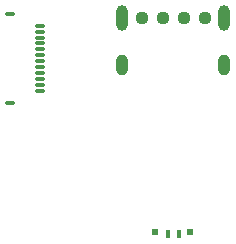
<source format=gbr>
%TF.GenerationSoftware,KiCad,Pcbnew,8.0.1*%
%TF.CreationDate,2024-03-21T19:56:16-04:00*%
%TF.ProjectId,030-011-v2,3033302d-3031-4312-9d76-322e6b696361,rev?*%
%TF.SameCoordinates,Original*%
%TF.FileFunction,Soldermask,Top*%
%TF.FilePolarity,Negative*%
%FSLAX46Y46*%
G04 Gerber Fmt 4.6, Leading zero omitted, Abs format (unit mm)*
G04 Created by KiCad (PCBNEW 8.0.1) date 2024-03-21 19:56:16*
%MOMM*%
%LPD*%
G01*
G04 APERTURE LIST*
G04 Aperture macros list*
%AMRoundRect*
0 Rectangle with rounded corners*
0 $1 Rounding radius*
0 $2 $3 $4 $5 $6 $7 $8 $9 X,Y pos of 4 corners*
0 Add a 4 corners polygon primitive as box body*
4,1,4,$2,$3,$4,$5,$6,$7,$8,$9,$2,$3,0*
0 Add four circle primitives for the rounded corners*
1,1,$1+$1,$2,$3*
1,1,$1+$1,$4,$5*
1,1,$1+$1,$6,$7*
1,1,$1+$1,$8,$9*
0 Add four rect primitives between the rounded corners*
20,1,$1+$1,$2,$3,$4,$5,0*
20,1,$1+$1,$4,$5,$6,$7,0*
20,1,$1+$1,$6,$7,$8,$9,0*
20,1,$1+$1,$8,$9,$2,$3,0*%
G04 Aperture macros list end*
%ADD10RoundRect,0.100000X-0.300000X0.100000X-0.300000X-0.100000X0.300000X-0.100000X0.300000X0.100000X0*%
%ADD11RoundRect,0.075000X-0.325000X0.075000X-0.325000X-0.075000X0.325000X-0.075000X0.325000X0.075000X0*%
%ADD12RoundRect,0.237500X0.250000X0.237500X-0.250000X0.237500X-0.250000X-0.237500X0.250000X-0.237500X0*%
%ADD13R,0.600000X0.500000*%
%ADD14R,0.440000X0.750000*%
%ADD15O,1.000000X2.200000*%
%ADD16O,1.000000X1.800000*%
G04 APERTURE END LIST*
D10*
%TO.C,J3*%
X96433000Y-30159000D03*
X96433000Y-37659000D03*
D11*
X98933000Y-31159000D03*
X98933000Y-31659000D03*
X98933000Y-32159000D03*
X98933000Y-32659000D03*
X98933000Y-33159000D03*
X98933000Y-33659000D03*
X98933000Y-34159000D03*
X98933000Y-34659000D03*
X98933000Y-35159000D03*
X98933000Y-35659000D03*
X98933000Y-36159000D03*
X98933000Y-36659000D03*
%TD*%
D12*
%TO.C,R4*%
X109370500Y-30480000D03*
X107545500Y-30480000D03*
%TD*%
D13*
%TO.C,D1*%
X108716000Y-48643000D03*
D14*
X109786000Y-48768000D03*
X110686000Y-48768000D03*
D13*
X111636000Y-48643000D03*
%TD*%
D12*
%TO.C,R3*%
X112926500Y-30480000D03*
X111101500Y-30480000D03*
%TD*%
D15*
%TO.C,J4*%
X105916000Y-30513800D03*
D16*
X105916000Y-34513800D03*
D15*
X114556000Y-30513800D03*
D16*
X114556000Y-34513800D03*
%TD*%
M02*

</source>
